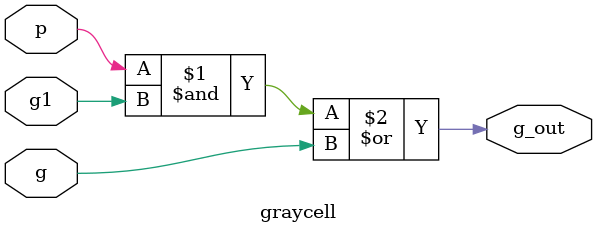
<source format=v>
module graycell(
    input p,
    input g,
    input g1,
    output g_out
);

assign g_out = (p&g1) | g;

endmodule
</source>
